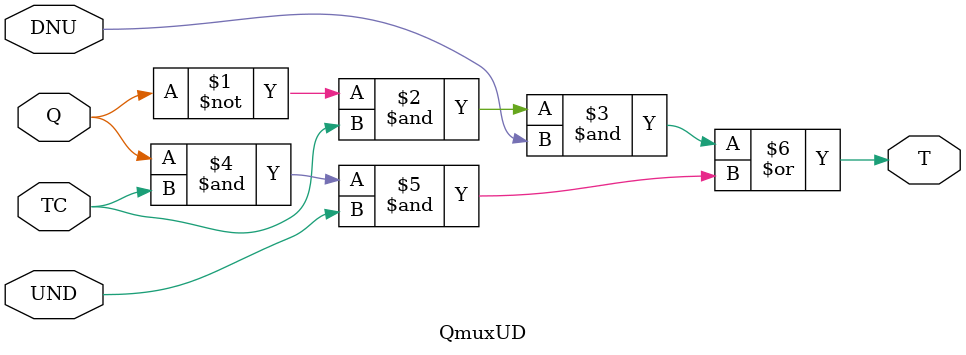
<source format=v>
module QmuxUD(input TC, Q, DNU, UND, output T);

assign T = (~Q & TC & DNU) | (Q & TC & UND);

endmodule

</source>
